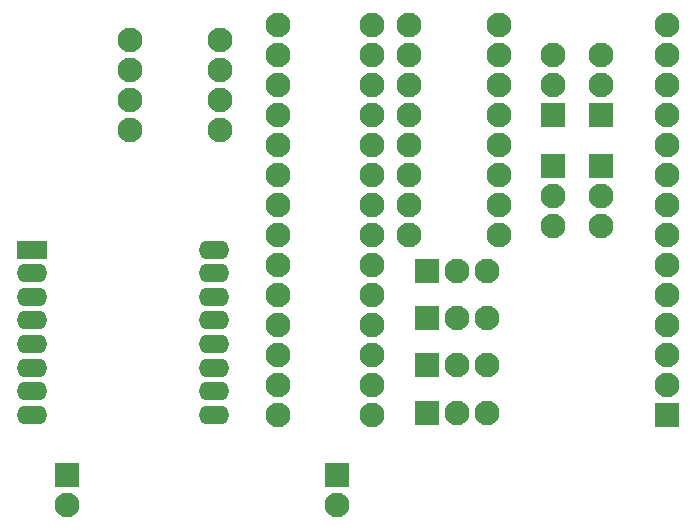
<source format=gbr>
%TF.GenerationSoftware,KiCad,Pcbnew,(5.1.6)-1*%
%TF.CreationDate,2020-12-09T17:23:27+01:00*%
%TF.ProjectId,ESP8266 w altanie,45535038-3236-4362-9077-20616c74616e,3*%
%TF.SameCoordinates,Original*%
%TF.FileFunction,Soldermask,Top*%
%TF.FilePolarity,Negative*%
%FSLAX46Y46*%
G04 Gerber Fmt 4.6, Leading zero omitted, Abs format (unit mm)*
G04 Created by KiCad (PCBNEW (5.1.6)-1) date 2020-12-09 17:23:27*
%MOMM*%
%LPD*%
G01*
G04 APERTURE LIST*
%ADD10O,2.600000X1.600000*%
%ADD11R,2.600000X1.600000*%
%ADD12R,2.100000X2.100000*%
%ADD13C,2.100000*%
G04 APERTURE END LIST*
D10*
%TO.C,U3*%
X36544000Y-45182000D03*
X36544000Y-47182000D03*
X36544000Y-49182000D03*
X36544000Y-51182000D03*
X36544000Y-53182000D03*
X36544000Y-55182000D03*
X36544000Y-57182000D03*
X36544000Y-59182000D03*
X21144000Y-59182000D03*
X21144000Y-57182000D03*
X21144000Y-55182000D03*
X21144000Y-53182000D03*
X21144000Y-51182000D03*
X21144000Y-49182000D03*
X21144000Y-47182000D03*
D11*
X21144000Y-45182000D03*
%TD*%
D12*
%TO.C,U2*%
X24130000Y-64262000D03*
D13*
X24130000Y-66802000D03*
X46990000Y-66802000D03*
D12*
X46990000Y-64262000D03*
%TD*%
D13*
%TO.C,REF\u002A\u002A*%
X74930000Y-26162000D03*
X74930000Y-28702000D03*
X74930000Y-31242000D03*
X74930000Y-33782000D03*
X74930000Y-36322000D03*
X74930000Y-38862000D03*
X74930000Y-41402000D03*
X74930000Y-43942000D03*
X74930000Y-46482000D03*
X74930000Y-49022000D03*
X74930000Y-51562000D03*
X74930000Y-54102000D03*
X74930000Y-56642000D03*
D12*
X74930000Y-59182000D03*
%TD*%
D13*
%TO.C,R1*%
X29464000Y-27432000D03*
X37084000Y-27432000D03*
%TD*%
%TO.C,IC1*%
X42005000Y-26162000D03*
X42005000Y-28702000D03*
X42005000Y-31242000D03*
X42005000Y-33782000D03*
X42005000Y-36322000D03*
X42005000Y-38862000D03*
X42005000Y-41402000D03*
X42005000Y-43942000D03*
X42005000Y-46482000D03*
X42005000Y-49022000D03*
X42005000Y-51562000D03*
X42005000Y-54102000D03*
X42005000Y-56642000D03*
X42005000Y-59182000D03*
X49943000Y-59182000D03*
X49943000Y-56642000D03*
X49943000Y-54102000D03*
X49943000Y-51562000D03*
X49943000Y-49022000D03*
X49943000Y-46482000D03*
X49943000Y-43942000D03*
X49943000Y-41402000D03*
X49943000Y-38862000D03*
X49943000Y-36322000D03*
X49943000Y-33782000D03*
X49943000Y-31242000D03*
X49943000Y-28702000D03*
X49943000Y-26162000D03*
%TD*%
%TO.C,R4*%
X29464000Y-35052000D03*
X37084000Y-35052000D03*
%TD*%
%TO.C,R3*%
X29464000Y-32512000D03*
X37084000Y-32512000D03*
%TD*%
%TO.C,R2*%
X29464000Y-29972000D03*
X37084000Y-29972000D03*
%TD*%
%TO.C,Q1*%
X69342000Y-43180000D03*
X69342000Y-40640000D03*
D12*
X69342000Y-38100000D03*
%TD*%
D13*
%TO.C,Q3*%
X69342000Y-28702000D03*
X69342000Y-31242000D03*
D12*
X69342000Y-33782000D03*
%TD*%
D13*
%TO.C,Q4*%
X65278000Y-28702000D03*
X65278000Y-31242000D03*
D12*
X65278000Y-33782000D03*
%TD*%
D13*
%TO.C,Q2*%
X65278000Y-43180000D03*
X65278000Y-40640000D03*
D12*
X65278000Y-38100000D03*
%TD*%
D13*
%TO.C,Q5*%
X59690000Y-58990000D03*
X57150000Y-58990000D03*
D12*
X54610000Y-58990000D03*
%TD*%
D13*
%TO.C,Q6*%
X59690000Y-54990000D03*
X57150000Y-54990000D03*
D12*
X54610000Y-54990000D03*
%TD*%
D13*
%TO.C,Q7*%
X59690000Y-50990000D03*
X57150000Y-50990000D03*
D12*
X54610000Y-50990000D03*
%TD*%
D13*
%TO.C,R12*%
X60706000Y-43942000D03*
X53086000Y-43942000D03*
%TD*%
%TO.C,R11*%
X60706000Y-41402000D03*
X53086000Y-41402000D03*
%TD*%
%TO.C,R10*%
X60706000Y-38862000D03*
X53086000Y-38862000D03*
%TD*%
%TO.C,R9*%
X60706000Y-36322000D03*
X53086000Y-36322000D03*
%TD*%
%TO.C,R8*%
X60706000Y-33782000D03*
X53086000Y-33782000D03*
%TD*%
%TO.C,R7*%
X60706000Y-31242000D03*
X53086000Y-31242000D03*
%TD*%
%TO.C,R6*%
X60706000Y-28702000D03*
X53086000Y-28702000D03*
%TD*%
%TO.C,Q8*%
X59690000Y-46990000D03*
X57150000Y-46990000D03*
D12*
X54610000Y-46990000D03*
%TD*%
D13*
%TO.C,R5*%
X60706000Y-26162000D03*
X53086000Y-26162000D03*
%TD*%
M02*

</source>
